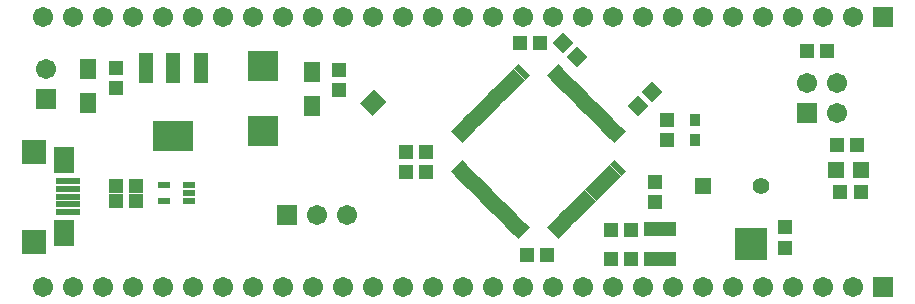
<source format=gts>
G04*
G04 #@! TF.GenerationSoftware,Altium Limited,Altium Designer,19.1.9 (167)*
G04*
G04 Layer_Color=8388736*
%FSLAX25Y25*%
%MOIN*%
G70*
G01*
G75*
G04:AMPARAMS|DCode=18|XSize=55.24mil|YSize=19.81mil|CornerRadius=0mil|HoleSize=0mil|Usage=FLASHONLY|Rotation=225.000|XOffset=0mil|YOffset=0mil|HoleType=Round|Shape=Rectangle|*
%AMROTATEDRECTD18*
4,1,4,0.01253,0.02653,0.02653,0.01253,-0.01253,-0.02653,-0.02653,-0.01253,0.01253,0.02653,0.0*
%
%ADD18ROTATEDRECTD18*%

G04:AMPARAMS|DCode=19|XSize=55.24mil|YSize=19.81mil|CornerRadius=0mil|HoleSize=0mil|Usage=FLASHONLY|Rotation=135.000|XOffset=0mil|YOffset=0mil|HoleType=Round|Shape=Rectangle|*
%AMROTATEDRECTD19*
4,1,4,0.02653,-0.01253,0.01253,-0.02653,-0.02653,0.01253,-0.01253,0.02653,0.02653,-0.01253,0.0*
%
%ADD19ROTATEDRECTD19*%

%ADD20R,0.08280X0.02178*%
%ADD21R,0.07099X0.09068*%
%ADD22R,0.08280X0.07887*%
%ADD23R,0.03950X0.02200*%
%ADD24R,0.05721X0.06902*%
%ADD25R,0.03556X0.04147*%
%ADD26R,0.05131X0.04737*%
%ADD27R,0.04737X0.05131*%
G04:AMPARAMS|DCode=28|XSize=51.31mil|YSize=47.37mil|CornerRadius=0mil|HoleSize=0mil|Usage=FLASHONLY|Rotation=315.000|XOffset=0mil|YOffset=0mil|HoleType=Round|Shape=Rectangle|*
%AMROTATEDRECTD28*
4,1,4,-0.03489,0.00139,-0.00139,0.03489,0.03489,-0.00139,0.00139,-0.03489,-0.03489,0.00139,0.0*
%
%ADD28ROTATEDRECTD28*%

G04:AMPARAMS|DCode=29|XSize=51.31mil|YSize=47.37mil|CornerRadius=0mil|HoleSize=0mil|Usage=FLASHONLY|Rotation=225.000|XOffset=0mil|YOffset=0mil|HoleType=Round|Shape=Rectangle|*
%AMROTATEDRECTD29*
4,1,4,0.00139,0.03489,0.03489,0.00139,-0.00139,-0.03489,-0.03489,-0.00139,0.00139,0.03489,0.0*
%
%ADD29ROTATEDRECTD29*%

%ADD30R,0.10642X0.10642*%
%ADD31R,0.10642X0.04737*%
G04:AMPARAMS|DCode=32|XSize=33mil|YSize=58mil|CornerRadius=0mil|HoleSize=0mil|Usage=FLASHONLY|Rotation=45.000|XOffset=0mil|YOffset=0mil|HoleType=Round|Shape=Rectangle|*
%AMROTATEDRECTD32*
4,1,4,0.00884,-0.03217,-0.03217,0.00884,-0.00884,0.03217,0.03217,-0.00884,0.00884,-0.03217,0.0*
%
%ADD32ROTATEDRECTD32*%

%ADD33R,0.10052X0.10446*%
%ADD34R,0.05524X0.05524*%
%ADD35R,0.13792X0.10249*%
%ADD36R,0.04737X0.10249*%
%ADD37C,0.06706*%
%ADD38R,0.06706X0.06706*%
%ADD39R,0.06706X0.06706*%
%ADD40C,0.05524*%
D18*
X195879Y61136D02*
D03*
X194487Y62528D02*
D03*
X197271Y59744D02*
D03*
X193096Y63919D02*
D03*
X201447Y55568D02*
D03*
X198663Y58352D02*
D03*
X200055Y56960D02*
D03*
X184744Y72271D02*
D03*
X183352Y73663D02*
D03*
X186135Y70879D02*
D03*
X180568Y76447D02*
D03*
X181960Y75055D02*
D03*
X190312Y66703D02*
D03*
X191703Y65312D02*
D03*
X187528Y69487D02*
D03*
X188919Y68096D02*
D03*
X148553Y44432D02*
D03*
X162472Y30513D02*
D03*
X161081Y31904D02*
D03*
X163865Y29120D02*
D03*
X168040Y24945D02*
D03*
X169432Y23553D02*
D03*
X165256Y27729D02*
D03*
X166648Y26337D02*
D03*
X152729Y40256D02*
D03*
X154121Y38864D02*
D03*
X149945Y43040D02*
D03*
X151337Y41648D02*
D03*
X158297Y34688D02*
D03*
X159688Y33297D02*
D03*
X155513Y37472D02*
D03*
X156904Y36081D02*
D03*
D19*
X201447Y44432D02*
D03*
X200055Y43040D02*
D03*
X198663Y41648D02*
D03*
X197271Y40256D02*
D03*
X195879Y38864D02*
D03*
X194487Y37472D02*
D03*
X193096Y36081D02*
D03*
X191703Y34688D02*
D03*
X190312Y33297D02*
D03*
X188919Y31904D02*
D03*
X187528Y30513D02*
D03*
X186135Y29120D02*
D03*
X184744Y27729D02*
D03*
X183352Y26337D02*
D03*
X181960Y24945D02*
D03*
X180568Y23553D02*
D03*
X169432Y76447D02*
D03*
X168040Y75055D02*
D03*
X166648Y73663D02*
D03*
X165256Y72271D02*
D03*
X163865Y70879D02*
D03*
X162472Y69487D02*
D03*
X161081Y68096D02*
D03*
X159688Y66703D02*
D03*
X158297Y65312D02*
D03*
X156904Y63919D02*
D03*
X155513Y62528D02*
D03*
X154121Y61136D02*
D03*
X152729Y59744D02*
D03*
X151337Y58352D02*
D03*
X149945Y56960D02*
D03*
X148553Y55568D02*
D03*
D20*
X18417Y40118D02*
D03*
X18417Y37559D02*
D03*
X18417Y35000D02*
D03*
X18417Y32441D02*
D03*
X18417Y29882D02*
D03*
D21*
X17039Y47205D02*
D03*
Y22795D02*
D03*
D22*
X7000Y49961D02*
D03*
Y20039D02*
D03*
D23*
X50135Y33641D02*
D03*
Y38759D02*
D03*
X58600Y38759D02*
D03*
X58600Y36200D02*
D03*
X58600Y33641D02*
D03*
D24*
X25000Y77709D02*
D03*
Y66291D02*
D03*
X99500Y65291D02*
D03*
Y76709D02*
D03*
D25*
X227300Y53952D02*
D03*
Y60448D02*
D03*
D26*
X274654Y52300D02*
D03*
X281346D02*
D03*
X264654Y83500D02*
D03*
X271346D02*
D03*
X282446Y36400D02*
D03*
X275754D02*
D03*
X34254Y38700D02*
D03*
X40946D02*
D03*
X34254Y33700D02*
D03*
X40946D02*
D03*
X206046Y14300D02*
D03*
X199354D02*
D03*
X205946Y23900D02*
D03*
X199254D02*
D03*
X178046Y15600D02*
D03*
X171354D02*
D03*
X175646Y86300D02*
D03*
X168954D02*
D03*
D27*
X108500Y70654D02*
D03*
Y77346D02*
D03*
X213800Y33354D02*
D03*
Y40046D02*
D03*
X257100Y24746D02*
D03*
Y18054D02*
D03*
X34300Y77846D02*
D03*
Y71154D02*
D03*
X131000Y49846D02*
D03*
Y43154D02*
D03*
X218000Y53854D02*
D03*
Y60546D02*
D03*
X137500Y49846D02*
D03*
Y43154D02*
D03*
D28*
X187966Y81434D02*
D03*
X183234Y86166D02*
D03*
D29*
X208134Y65134D02*
D03*
X212866Y69866D02*
D03*
D30*
X246027Y19200D02*
D03*
D31*
X215515Y14279D02*
D03*
Y24121D02*
D03*
D32*
X118953Y65153D02*
D03*
X121247Y67447D02*
D03*
D33*
X83300Y78427D02*
D03*
Y56773D02*
D03*
D34*
X282500Y43800D02*
D03*
X274232D02*
D03*
X229900Y38700D02*
D03*
D35*
X53400Y55183D02*
D03*
D36*
X44345Y78017D02*
D03*
X53400Y78017D02*
D03*
X62455Y78017D02*
D03*
D37*
X10000Y5000D02*
D03*
X20000D02*
D03*
X30000D02*
D03*
X40000D02*
D03*
X50000D02*
D03*
X60000D02*
D03*
X70000D02*
D03*
X80000D02*
D03*
X90000D02*
D03*
X100000D02*
D03*
X110000D02*
D03*
X120000D02*
D03*
X130000D02*
D03*
X280000D02*
D03*
X270000D02*
D03*
X260000D02*
D03*
X250000D02*
D03*
X240000D02*
D03*
X230000D02*
D03*
X220000D02*
D03*
X210000D02*
D03*
X200000D02*
D03*
X190000D02*
D03*
X180000D02*
D03*
X170000D02*
D03*
X160000D02*
D03*
X150000D02*
D03*
X140000D02*
D03*
X10000Y95000D02*
D03*
X20000D02*
D03*
X30000D02*
D03*
X40000D02*
D03*
X50000D02*
D03*
X60000D02*
D03*
X70000D02*
D03*
X80000D02*
D03*
X90000D02*
D03*
X100000D02*
D03*
X110000D02*
D03*
X120000D02*
D03*
X130000D02*
D03*
X280000D02*
D03*
X270000D02*
D03*
X260000D02*
D03*
X250000D02*
D03*
X240000D02*
D03*
X230000D02*
D03*
X220000D02*
D03*
X210000D02*
D03*
X200000D02*
D03*
X190000D02*
D03*
X180000D02*
D03*
X170000D02*
D03*
X160000D02*
D03*
X150000D02*
D03*
X140000D02*
D03*
X11000Y77500D02*
D03*
X274700Y73000D02*
D03*
Y63000D02*
D03*
X264700Y73000D02*
D03*
X101200Y28900D02*
D03*
X111200D02*
D03*
D38*
X290000Y5000D02*
D03*
Y95000D02*
D03*
X264700Y63000D02*
D03*
X91200Y28900D02*
D03*
D39*
X11000Y67500D02*
D03*
D40*
X249191Y38700D02*
D03*
M02*

</source>
